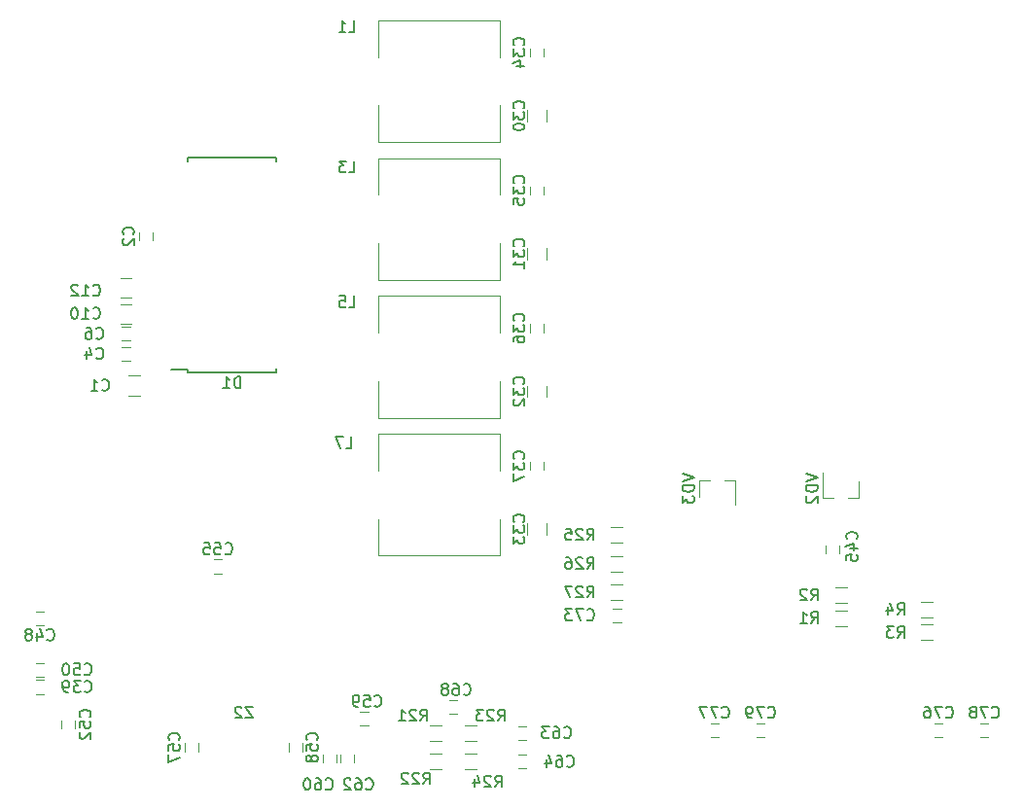
<source format=gbr>
G04 #@! TF.FileFunction,Legend,Bot*
%FSLAX46Y46*%
G04 Gerber Fmt 4.6, Leading zero omitted, Abs format (unit mm)*
G04 Created by KiCad (PCBNEW 4.0.7-e2-6376~58~ubuntu16.04.1) date Mon Jun 18 09:55:01 2018*
%MOMM*%
%LPD*%
G01*
G04 APERTURE LIST*
%ADD10C,0.100000*%
%ADD11C,0.120000*%
%ADD12C,0.150000*%
G04 APERTURE END LIST*
D10*
D11*
X93000000Y-84650000D02*
X94000000Y-84650000D01*
X94000000Y-86350000D02*
X93000000Y-86350000D01*
X95100000Y-72850000D02*
X95100000Y-72150000D01*
X93900000Y-72150000D02*
X93900000Y-72850000D01*
X92250000Y-78400000D02*
X93250000Y-78400000D01*
X93250000Y-80100000D02*
X92250000Y-80100000D01*
X92250000Y-76150000D02*
X93250000Y-76150000D01*
X93250000Y-77850000D02*
X92250000Y-77850000D01*
X127650000Y-62500000D02*
X127650000Y-61500000D01*
X129350000Y-61500000D02*
X129350000Y-62500000D01*
X127650000Y-74500000D02*
X127650000Y-73500000D01*
X129350000Y-73500000D02*
X129350000Y-74500000D01*
X127650000Y-86500000D02*
X127650000Y-85500000D01*
X129350000Y-85500000D02*
X129350000Y-86500000D01*
X127650000Y-98500000D02*
X127650000Y-97500000D01*
X129350000Y-97500000D02*
X129350000Y-98500000D01*
X127900000Y-56150000D02*
X127900000Y-56850000D01*
X129100000Y-56850000D02*
X129100000Y-56150000D01*
X127900000Y-68150000D02*
X127900000Y-68850000D01*
X129100000Y-68850000D02*
X129100000Y-68150000D01*
X127900000Y-80150000D02*
X127900000Y-80850000D01*
X129100000Y-80850000D02*
X129100000Y-80150000D01*
X127900000Y-92150000D02*
X127900000Y-92850000D01*
X129100000Y-92850000D02*
X129100000Y-92150000D01*
X85600000Y-111150000D02*
X84900000Y-111150000D01*
X84900000Y-112350000D02*
X85600000Y-112350000D01*
X154850000Y-100100000D02*
X154850000Y-99400000D01*
X153650000Y-99400000D02*
X153650000Y-100100000D01*
X85600000Y-105150000D02*
X84900000Y-105150000D01*
X84900000Y-106350000D02*
X85600000Y-106350000D01*
X85600000Y-109650000D02*
X84900000Y-109650000D01*
X84900000Y-110850000D02*
X85600000Y-110850000D01*
X87150000Y-114650000D02*
X87150000Y-115350000D01*
X88350000Y-115350000D02*
X88350000Y-114650000D01*
X100400000Y-101850000D02*
X101100000Y-101850000D01*
X101100000Y-100650000D02*
X100400000Y-100650000D01*
X99100000Y-117350000D02*
X99100000Y-116650000D01*
X97900000Y-116650000D02*
X97900000Y-117350000D01*
X106900000Y-116650000D02*
X106900000Y-117350000D01*
X108100000Y-117350000D02*
X108100000Y-116650000D01*
X113150000Y-115100000D02*
X113850000Y-115100000D01*
X113850000Y-113900000D02*
X113150000Y-113900000D01*
X109900000Y-117650000D02*
X109900000Y-118350000D01*
X111100000Y-118350000D02*
X111100000Y-117650000D01*
X111400000Y-117650000D02*
X111400000Y-118350000D01*
X112600000Y-118350000D02*
X112600000Y-117650000D01*
X127600000Y-115150000D02*
X126900000Y-115150000D01*
X126900000Y-116350000D02*
X127600000Y-116350000D01*
X127600000Y-117650000D02*
X126900000Y-117650000D01*
X126900000Y-118850000D02*
X127600000Y-118850000D01*
X121600000Y-112900000D02*
X120900000Y-112900000D01*
X120900000Y-114100000D02*
X121600000Y-114100000D01*
X135850000Y-104900000D02*
X135150000Y-104900000D01*
X135150000Y-106100000D02*
X135850000Y-106100000D01*
X163150000Y-116100000D02*
X163850000Y-116100000D01*
X163850000Y-114900000D02*
X163150000Y-114900000D01*
X143650000Y-116100000D02*
X144350000Y-116100000D01*
X144350000Y-114900000D02*
X143650000Y-114900000D01*
X167850000Y-114900000D02*
X167150000Y-114900000D01*
X167150000Y-116100000D02*
X167850000Y-116100000D01*
X148350000Y-114900000D02*
X147650000Y-114900000D01*
X147650000Y-116100000D02*
X148350000Y-116100000D01*
D12*
X98125000Y-84350000D02*
X98125000Y-84075000D01*
X105875000Y-84350000D02*
X105875000Y-83997500D01*
X105875000Y-65650000D02*
X105875000Y-66002500D01*
X98125000Y-65650000D02*
X98125000Y-66002500D01*
X98125000Y-84350000D02*
X105875000Y-84350000D01*
X98125000Y-65650000D02*
X105875000Y-65650000D01*
X98125000Y-84075000D02*
X96700000Y-84075000D01*
D11*
X125300000Y-56900000D02*
X125300000Y-53700000D01*
X125300000Y-53700000D02*
X114700000Y-53700000D01*
X114700000Y-53700000D02*
X114700000Y-56900000D01*
X114700000Y-61100000D02*
X114700000Y-64300000D01*
X114700000Y-64300000D02*
X125300000Y-64300000D01*
X125300000Y-64300000D02*
X125300000Y-61100000D01*
X125300000Y-68900000D02*
X125300000Y-65700000D01*
X125300000Y-65700000D02*
X114700000Y-65700000D01*
X114700000Y-65700000D02*
X114700000Y-68900000D01*
X114700000Y-73100000D02*
X114700000Y-76300000D01*
X114700000Y-76300000D02*
X125300000Y-76300000D01*
X125300000Y-76300000D02*
X125300000Y-73100000D01*
X125300000Y-80900000D02*
X125300000Y-77700000D01*
X125300000Y-77700000D02*
X114700000Y-77700000D01*
X114700000Y-77700000D02*
X114700000Y-80900000D01*
X114700000Y-85100000D02*
X114700000Y-88300000D01*
X114700000Y-88300000D02*
X125300000Y-88300000D01*
X125300000Y-88300000D02*
X125300000Y-85100000D01*
X125300000Y-92900000D02*
X125300000Y-89700000D01*
X125300000Y-89700000D02*
X114700000Y-89700000D01*
X114700000Y-89700000D02*
X114700000Y-92900000D01*
X114700000Y-97100000D02*
X114700000Y-100300000D01*
X114700000Y-100300000D02*
X125300000Y-100300000D01*
X125300000Y-100300000D02*
X125300000Y-97100000D01*
X154500000Y-106430000D02*
X155500000Y-106430000D01*
X155500000Y-105070000D02*
X154500000Y-105070000D01*
X154500000Y-104430000D02*
X155500000Y-104430000D01*
X155500000Y-103070000D02*
X154500000Y-103070000D01*
X162000000Y-107680000D02*
X163000000Y-107680000D01*
X163000000Y-106320000D02*
X162000000Y-106320000D01*
X162000000Y-105680000D02*
X163000000Y-105680000D01*
X163000000Y-104320000D02*
X162000000Y-104320000D01*
X120250000Y-115070000D02*
X119250000Y-115070000D01*
X119250000Y-116430000D02*
X120250000Y-116430000D01*
X120250000Y-117570000D02*
X119250000Y-117570000D01*
X119250000Y-118930000D02*
X120250000Y-118930000D01*
X123250000Y-115070000D02*
X122250000Y-115070000D01*
X122250000Y-116430000D02*
X123250000Y-116430000D01*
X123250000Y-117570000D02*
X122250000Y-117570000D01*
X122250000Y-118930000D02*
X123250000Y-118930000D01*
X136000000Y-97820000D02*
X135000000Y-97820000D01*
X135000000Y-99180000D02*
X136000000Y-99180000D01*
X136000000Y-100320000D02*
X135000000Y-100320000D01*
X135000000Y-101680000D02*
X136000000Y-101680000D01*
X135000000Y-104180000D02*
X136000000Y-104180000D01*
X136000000Y-102820000D02*
X135000000Y-102820000D01*
X156580000Y-95260000D02*
X155650000Y-95260000D01*
X153420000Y-95260000D02*
X154350000Y-95260000D01*
X153420000Y-95260000D02*
X153420000Y-93100000D01*
X156580000Y-95260000D02*
X156580000Y-93800000D01*
X142670000Y-93740000D02*
X143600000Y-93740000D01*
X145830000Y-93740000D02*
X144900000Y-93740000D01*
X145830000Y-93740000D02*
X145830000Y-95900000D01*
X142670000Y-93740000D02*
X142670000Y-95200000D01*
X92400000Y-83350000D02*
X93100000Y-83350000D01*
X93100000Y-82150000D02*
X92400000Y-82150000D01*
X92400000Y-81600000D02*
X93100000Y-81600000D01*
X93100000Y-80400000D02*
X92400000Y-80400000D01*
D12*
X90666666Y-85857143D02*
X90714285Y-85904762D01*
X90857142Y-85952381D01*
X90952380Y-85952381D01*
X91095238Y-85904762D01*
X91190476Y-85809524D01*
X91238095Y-85714286D01*
X91285714Y-85523810D01*
X91285714Y-85380952D01*
X91238095Y-85190476D01*
X91190476Y-85095238D01*
X91095238Y-85000000D01*
X90952380Y-84952381D01*
X90857142Y-84952381D01*
X90714285Y-85000000D01*
X90666666Y-85047619D01*
X89714285Y-85952381D02*
X90285714Y-85952381D01*
X90000000Y-85952381D02*
X90000000Y-84952381D01*
X90095238Y-85095238D01*
X90190476Y-85190476D01*
X90285714Y-85238095D01*
X93357143Y-72333334D02*
X93404762Y-72285715D01*
X93452381Y-72142858D01*
X93452381Y-72047620D01*
X93404762Y-71904762D01*
X93309524Y-71809524D01*
X93214286Y-71761905D01*
X93023810Y-71714286D01*
X92880952Y-71714286D01*
X92690476Y-71761905D01*
X92595238Y-71809524D01*
X92500000Y-71904762D01*
X92452381Y-72047620D01*
X92452381Y-72142858D01*
X92500000Y-72285715D01*
X92547619Y-72333334D01*
X92547619Y-72714286D02*
X92500000Y-72761905D01*
X92452381Y-72857143D01*
X92452381Y-73095239D01*
X92500000Y-73190477D01*
X92547619Y-73238096D01*
X92642857Y-73285715D01*
X92738095Y-73285715D01*
X92880952Y-73238096D01*
X93452381Y-72666667D01*
X93452381Y-73285715D01*
X89892857Y-79607143D02*
X89940476Y-79654762D01*
X90083333Y-79702381D01*
X90178571Y-79702381D01*
X90321429Y-79654762D01*
X90416667Y-79559524D01*
X90464286Y-79464286D01*
X90511905Y-79273810D01*
X90511905Y-79130952D01*
X90464286Y-78940476D01*
X90416667Y-78845238D01*
X90321429Y-78750000D01*
X90178571Y-78702381D01*
X90083333Y-78702381D01*
X89940476Y-78750000D01*
X89892857Y-78797619D01*
X88940476Y-79702381D02*
X89511905Y-79702381D01*
X89226191Y-79702381D02*
X89226191Y-78702381D01*
X89321429Y-78845238D01*
X89416667Y-78940476D01*
X89511905Y-78988095D01*
X88321429Y-78702381D02*
X88226190Y-78702381D01*
X88130952Y-78750000D01*
X88083333Y-78797619D01*
X88035714Y-78892857D01*
X87988095Y-79083333D01*
X87988095Y-79321429D01*
X88035714Y-79511905D01*
X88083333Y-79607143D01*
X88130952Y-79654762D01*
X88226190Y-79702381D01*
X88321429Y-79702381D01*
X88416667Y-79654762D01*
X88464286Y-79607143D01*
X88511905Y-79511905D01*
X88559524Y-79321429D01*
X88559524Y-79083333D01*
X88511905Y-78892857D01*
X88464286Y-78797619D01*
X88416667Y-78750000D01*
X88321429Y-78702381D01*
X89892857Y-77607143D02*
X89940476Y-77654762D01*
X90083333Y-77702381D01*
X90178571Y-77702381D01*
X90321429Y-77654762D01*
X90416667Y-77559524D01*
X90464286Y-77464286D01*
X90511905Y-77273810D01*
X90511905Y-77130952D01*
X90464286Y-76940476D01*
X90416667Y-76845238D01*
X90321429Y-76750000D01*
X90178571Y-76702381D01*
X90083333Y-76702381D01*
X89940476Y-76750000D01*
X89892857Y-76797619D01*
X88940476Y-77702381D02*
X89511905Y-77702381D01*
X89226191Y-77702381D02*
X89226191Y-76702381D01*
X89321429Y-76845238D01*
X89416667Y-76940476D01*
X89511905Y-76988095D01*
X88559524Y-76797619D02*
X88511905Y-76750000D01*
X88416667Y-76702381D01*
X88178571Y-76702381D01*
X88083333Y-76750000D01*
X88035714Y-76797619D01*
X87988095Y-76892857D01*
X87988095Y-76988095D01*
X88035714Y-77130952D01*
X88607143Y-77702381D01*
X87988095Y-77702381D01*
X127357143Y-61357143D02*
X127404762Y-61309524D01*
X127452381Y-61166667D01*
X127452381Y-61071429D01*
X127404762Y-60928571D01*
X127309524Y-60833333D01*
X127214286Y-60785714D01*
X127023810Y-60738095D01*
X126880952Y-60738095D01*
X126690476Y-60785714D01*
X126595238Y-60833333D01*
X126500000Y-60928571D01*
X126452381Y-61071429D01*
X126452381Y-61166667D01*
X126500000Y-61309524D01*
X126547619Y-61357143D01*
X126452381Y-61690476D02*
X126452381Y-62309524D01*
X126833333Y-61976190D01*
X126833333Y-62119048D01*
X126880952Y-62214286D01*
X126928571Y-62261905D01*
X127023810Y-62309524D01*
X127261905Y-62309524D01*
X127357143Y-62261905D01*
X127404762Y-62214286D01*
X127452381Y-62119048D01*
X127452381Y-61833333D01*
X127404762Y-61738095D01*
X127357143Y-61690476D01*
X126452381Y-62928571D02*
X126452381Y-63023810D01*
X126500000Y-63119048D01*
X126547619Y-63166667D01*
X126642857Y-63214286D01*
X126833333Y-63261905D01*
X127071429Y-63261905D01*
X127261905Y-63214286D01*
X127357143Y-63166667D01*
X127404762Y-63119048D01*
X127452381Y-63023810D01*
X127452381Y-62928571D01*
X127404762Y-62833333D01*
X127357143Y-62785714D01*
X127261905Y-62738095D01*
X127071429Y-62690476D01*
X126833333Y-62690476D01*
X126642857Y-62738095D01*
X126547619Y-62785714D01*
X126500000Y-62833333D01*
X126452381Y-62928571D01*
X127357143Y-73357143D02*
X127404762Y-73309524D01*
X127452381Y-73166667D01*
X127452381Y-73071429D01*
X127404762Y-72928571D01*
X127309524Y-72833333D01*
X127214286Y-72785714D01*
X127023810Y-72738095D01*
X126880952Y-72738095D01*
X126690476Y-72785714D01*
X126595238Y-72833333D01*
X126500000Y-72928571D01*
X126452381Y-73071429D01*
X126452381Y-73166667D01*
X126500000Y-73309524D01*
X126547619Y-73357143D01*
X126452381Y-73690476D02*
X126452381Y-74309524D01*
X126833333Y-73976190D01*
X126833333Y-74119048D01*
X126880952Y-74214286D01*
X126928571Y-74261905D01*
X127023810Y-74309524D01*
X127261905Y-74309524D01*
X127357143Y-74261905D01*
X127404762Y-74214286D01*
X127452381Y-74119048D01*
X127452381Y-73833333D01*
X127404762Y-73738095D01*
X127357143Y-73690476D01*
X127452381Y-75261905D02*
X127452381Y-74690476D01*
X127452381Y-74976190D02*
X126452381Y-74976190D01*
X126595238Y-74880952D01*
X126690476Y-74785714D01*
X126738095Y-74690476D01*
X127357143Y-85357143D02*
X127404762Y-85309524D01*
X127452381Y-85166667D01*
X127452381Y-85071429D01*
X127404762Y-84928571D01*
X127309524Y-84833333D01*
X127214286Y-84785714D01*
X127023810Y-84738095D01*
X126880952Y-84738095D01*
X126690476Y-84785714D01*
X126595238Y-84833333D01*
X126500000Y-84928571D01*
X126452381Y-85071429D01*
X126452381Y-85166667D01*
X126500000Y-85309524D01*
X126547619Y-85357143D01*
X126452381Y-85690476D02*
X126452381Y-86309524D01*
X126833333Y-85976190D01*
X126833333Y-86119048D01*
X126880952Y-86214286D01*
X126928571Y-86261905D01*
X127023810Y-86309524D01*
X127261905Y-86309524D01*
X127357143Y-86261905D01*
X127404762Y-86214286D01*
X127452381Y-86119048D01*
X127452381Y-85833333D01*
X127404762Y-85738095D01*
X127357143Y-85690476D01*
X126547619Y-86690476D02*
X126500000Y-86738095D01*
X126452381Y-86833333D01*
X126452381Y-87071429D01*
X126500000Y-87166667D01*
X126547619Y-87214286D01*
X126642857Y-87261905D01*
X126738095Y-87261905D01*
X126880952Y-87214286D01*
X127452381Y-86642857D01*
X127452381Y-87261905D01*
X127357143Y-97357143D02*
X127404762Y-97309524D01*
X127452381Y-97166667D01*
X127452381Y-97071429D01*
X127404762Y-96928571D01*
X127309524Y-96833333D01*
X127214286Y-96785714D01*
X127023810Y-96738095D01*
X126880952Y-96738095D01*
X126690476Y-96785714D01*
X126595238Y-96833333D01*
X126500000Y-96928571D01*
X126452381Y-97071429D01*
X126452381Y-97166667D01*
X126500000Y-97309524D01*
X126547619Y-97357143D01*
X126452381Y-97690476D02*
X126452381Y-98309524D01*
X126833333Y-97976190D01*
X126833333Y-98119048D01*
X126880952Y-98214286D01*
X126928571Y-98261905D01*
X127023810Y-98309524D01*
X127261905Y-98309524D01*
X127357143Y-98261905D01*
X127404762Y-98214286D01*
X127452381Y-98119048D01*
X127452381Y-97833333D01*
X127404762Y-97738095D01*
X127357143Y-97690476D01*
X126452381Y-98642857D02*
X126452381Y-99261905D01*
X126833333Y-98928571D01*
X126833333Y-99071429D01*
X126880952Y-99166667D01*
X126928571Y-99214286D01*
X127023810Y-99261905D01*
X127261905Y-99261905D01*
X127357143Y-99214286D01*
X127404762Y-99166667D01*
X127452381Y-99071429D01*
X127452381Y-98785714D01*
X127404762Y-98690476D01*
X127357143Y-98642857D01*
X127357143Y-55857143D02*
X127404762Y-55809524D01*
X127452381Y-55666667D01*
X127452381Y-55571429D01*
X127404762Y-55428571D01*
X127309524Y-55333333D01*
X127214286Y-55285714D01*
X127023810Y-55238095D01*
X126880952Y-55238095D01*
X126690476Y-55285714D01*
X126595238Y-55333333D01*
X126500000Y-55428571D01*
X126452381Y-55571429D01*
X126452381Y-55666667D01*
X126500000Y-55809524D01*
X126547619Y-55857143D01*
X126452381Y-56190476D02*
X126452381Y-56809524D01*
X126833333Y-56476190D01*
X126833333Y-56619048D01*
X126880952Y-56714286D01*
X126928571Y-56761905D01*
X127023810Y-56809524D01*
X127261905Y-56809524D01*
X127357143Y-56761905D01*
X127404762Y-56714286D01*
X127452381Y-56619048D01*
X127452381Y-56333333D01*
X127404762Y-56238095D01*
X127357143Y-56190476D01*
X126785714Y-57666667D02*
X127452381Y-57666667D01*
X126404762Y-57428571D02*
X127119048Y-57190476D01*
X127119048Y-57809524D01*
X127357143Y-67857143D02*
X127404762Y-67809524D01*
X127452381Y-67666667D01*
X127452381Y-67571429D01*
X127404762Y-67428571D01*
X127309524Y-67333333D01*
X127214286Y-67285714D01*
X127023810Y-67238095D01*
X126880952Y-67238095D01*
X126690476Y-67285714D01*
X126595238Y-67333333D01*
X126500000Y-67428571D01*
X126452381Y-67571429D01*
X126452381Y-67666667D01*
X126500000Y-67809524D01*
X126547619Y-67857143D01*
X126452381Y-68190476D02*
X126452381Y-68809524D01*
X126833333Y-68476190D01*
X126833333Y-68619048D01*
X126880952Y-68714286D01*
X126928571Y-68761905D01*
X127023810Y-68809524D01*
X127261905Y-68809524D01*
X127357143Y-68761905D01*
X127404762Y-68714286D01*
X127452381Y-68619048D01*
X127452381Y-68333333D01*
X127404762Y-68238095D01*
X127357143Y-68190476D01*
X126452381Y-69714286D02*
X126452381Y-69238095D01*
X126928571Y-69190476D01*
X126880952Y-69238095D01*
X126833333Y-69333333D01*
X126833333Y-69571429D01*
X126880952Y-69666667D01*
X126928571Y-69714286D01*
X127023810Y-69761905D01*
X127261905Y-69761905D01*
X127357143Y-69714286D01*
X127404762Y-69666667D01*
X127452381Y-69571429D01*
X127452381Y-69333333D01*
X127404762Y-69238095D01*
X127357143Y-69190476D01*
X127357143Y-79857143D02*
X127404762Y-79809524D01*
X127452381Y-79666667D01*
X127452381Y-79571429D01*
X127404762Y-79428571D01*
X127309524Y-79333333D01*
X127214286Y-79285714D01*
X127023810Y-79238095D01*
X126880952Y-79238095D01*
X126690476Y-79285714D01*
X126595238Y-79333333D01*
X126500000Y-79428571D01*
X126452381Y-79571429D01*
X126452381Y-79666667D01*
X126500000Y-79809524D01*
X126547619Y-79857143D01*
X126452381Y-80190476D02*
X126452381Y-80809524D01*
X126833333Y-80476190D01*
X126833333Y-80619048D01*
X126880952Y-80714286D01*
X126928571Y-80761905D01*
X127023810Y-80809524D01*
X127261905Y-80809524D01*
X127357143Y-80761905D01*
X127404762Y-80714286D01*
X127452381Y-80619048D01*
X127452381Y-80333333D01*
X127404762Y-80238095D01*
X127357143Y-80190476D01*
X126452381Y-81666667D02*
X126452381Y-81476190D01*
X126500000Y-81380952D01*
X126547619Y-81333333D01*
X126690476Y-81238095D01*
X126880952Y-81190476D01*
X127261905Y-81190476D01*
X127357143Y-81238095D01*
X127404762Y-81285714D01*
X127452381Y-81380952D01*
X127452381Y-81571429D01*
X127404762Y-81666667D01*
X127357143Y-81714286D01*
X127261905Y-81761905D01*
X127023810Y-81761905D01*
X126928571Y-81714286D01*
X126880952Y-81666667D01*
X126833333Y-81571429D01*
X126833333Y-81380952D01*
X126880952Y-81285714D01*
X126928571Y-81238095D01*
X127023810Y-81190476D01*
X127357143Y-91857143D02*
X127404762Y-91809524D01*
X127452381Y-91666667D01*
X127452381Y-91571429D01*
X127404762Y-91428571D01*
X127309524Y-91333333D01*
X127214286Y-91285714D01*
X127023810Y-91238095D01*
X126880952Y-91238095D01*
X126690476Y-91285714D01*
X126595238Y-91333333D01*
X126500000Y-91428571D01*
X126452381Y-91571429D01*
X126452381Y-91666667D01*
X126500000Y-91809524D01*
X126547619Y-91857143D01*
X126452381Y-92190476D02*
X126452381Y-92809524D01*
X126833333Y-92476190D01*
X126833333Y-92619048D01*
X126880952Y-92714286D01*
X126928571Y-92761905D01*
X127023810Y-92809524D01*
X127261905Y-92809524D01*
X127357143Y-92761905D01*
X127404762Y-92714286D01*
X127452381Y-92619048D01*
X127452381Y-92333333D01*
X127404762Y-92238095D01*
X127357143Y-92190476D01*
X126452381Y-93142857D02*
X126452381Y-93809524D01*
X127452381Y-93380952D01*
X89142857Y-112107143D02*
X89190476Y-112154762D01*
X89333333Y-112202381D01*
X89428571Y-112202381D01*
X89571429Y-112154762D01*
X89666667Y-112059524D01*
X89714286Y-111964286D01*
X89761905Y-111773810D01*
X89761905Y-111630952D01*
X89714286Y-111440476D01*
X89666667Y-111345238D01*
X89571429Y-111250000D01*
X89428571Y-111202381D01*
X89333333Y-111202381D01*
X89190476Y-111250000D01*
X89142857Y-111297619D01*
X88809524Y-111202381D02*
X88190476Y-111202381D01*
X88523810Y-111583333D01*
X88380952Y-111583333D01*
X88285714Y-111630952D01*
X88238095Y-111678571D01*
X88190476Y-111773810D01*
X88190476Y-112011905D01*
X88238095Y-112107143D01*
X88285714Y-112154762D01*
X88380952Y-112202381D01*
X88666667Y-112202381D01*
X88761905Y-112154762D01*
X88809524Y-112107143D01*
X87714286Y-112202381D02*
X87523810Y-112202381D01*
X87428571Y-112154762D01*
X87380952Y-112107143D01*
X87285714Y-111964286D01*
X87238095Y-111773810D01*
X87238095Y-111392857D01*
X87285714Y-111297619D01*
X87333333Y-111250000D01*
X87428571Y-111202381D01*
X87619048Y-111202381D01*
X87714286Y-111250000D01*
X87761905Y-111297619D01*
X87809524Y-111392857D01*
X87809524Y-111630952D01*
X87761905Y-111726190D01*
X87714286Y-111773810D01*
X87619048Y-111821429D01*
X87428571Y-111821429D01*
X87333333Y-111773810D01*
X87285714Y-111726190D01*
X87238095Y-111630952D01*
X156357143Y-98857143D02*
X156404762Y-98809524D01*
X156452381Y-98666667D01*
X156452381Y-98571429D01*
X156404762Y-98428571D01*
X156309524Y-98333333D01*
X156214286Y-98285714D01*
X156023810Y-98238095D01*
X155880952Y-98238095D01*
X155690476Y-98285714D01*
X155595238Y-98333333D01*
X155500000Y-98428571D01*
X155452381Y-98571429D01*
X155452381Y-98666667D01*
X155500000Y-98809524D01*
X155547619Y-98857143D01*
X155785714Y-99714286D02*
X156452381Y-99714286D01*
X155404762Y-99476190D02*
X156119048Y-99238095D01*
X156119048Y-99857143D01*
X155452381Y-100714286D02*
X155452381Y-100238095D01*
X155928571Y-100190476D01*
X155880952Y-100238095D01*
X155833333Y-100333333D01*
X155833333Y-100571429D01*
X155880952Y-100666667D01*
X155928571Y-100714286D01*
X156023810Y-100761905D01*
X156261905Y-100761905D01*
X156357143Y-100714286D01*
X156404762Y-100666667D01*
X156452381Y-100571429D01*
X156452381Y-100333333D01*
X156404762Y-100238095D01*
X156357143Y-100190476D01*
X85892857Y-107607143D02*
X85940476Y-107654762D01*
X86083333Y-107702381D01*
X86178571Y-107702381D01*
X86321429Y-107654762D01*
X86416667Y-107559524D01*
X86464286Y-107464286D01*
X86511905Y-107273810D01*
X86511905Y-107130952D01*
X86464286Y-106940476D01*
X86416667Y-106845238D01*
X86321429Y-106750000D01*
X86178571Y-106702381D01*
X86083333Y-106702381D01*
X85940476Y-106750000D01*
X85892857Y-106797619D01*
X85035714Y-107035714D02*
X85035714Y-107702381D01*
X85273810Y-106654762D02*
X85511905Y-107369048D01*
X84892857Y-107369048D01*
X84369048Y-107130952D02*
X84464286Y-107083333D01*
X84511905Y-107035714D01*
X84559524Y-106940476D01*
X84559524Y-106892857D01*
X84511905Y-106797619D01*
X84464286Y-106750000D01*
X84369048Y-106702381D01*
X84178571Y-106702381D01*
X84083333Y-106750000D01*
X84035714Y-106797619D01*
X83988095Y-106892857D01*
X83988095Y-106940476D01*
X84035714Y-107035714D01*
X84083333Y-107083333D01*
X84178571Y-107130952D01*
X84369048Y-107130952D01*
X84464286Y-107178571D01*
X84511905Y-107226190D01*
X84559524Y-107321429D01*
X84559524Y-107511905D01*
X84511905Y-107607143D01*
X84464286Y-107654762D01*
X84369048Y-107702381D01*
X84178571Y-107702381D01*
X84083333Y-107654762D01*
X84035714Y-107607143D01*
X83988095Y-107511905D01*
X83988095Y-107321429D01*
X84035714Y-107226190D01*
X84083333Y-107178571D01*
X84178571Y-107130952D01*
X89142857Y-110607143D02*
X89190476Y-110654762D01*
X89333333Y-110702381D01*
X89428571Y-110702381D01*
X89571429Y-110654762D01*
X89666667Y-110559524D01*
X89714286Y-110464286D01*
X89761905Y-110273810D01*
X89761905Y-110130952D01*
X89714286Y-109940476D01*
X89666667Y-109845238D01*
X89571429Y-109750000D01*
X89428571Y-109702381D01*
X89333333Y-109702381D01*
X89190476Y-109750000D01*
X89142857Y-109797619D01*
X88238095Y-109702381D02*
X88714286Y-109702381D01*
X88761905Y-110178571D01*
X88714286Y-110130952D01*
X88619048Y-110083333D01*
X88380952Y-110083333D01*
X88285714Y-110130952D01*
X88238095Y-110178571D01*
X88190476Y-110273810D01*
X88190476Y-110511905D01*
X88238095Y-110607143D01*
X88285714Y-110654762D01*
X88380952Y-110702381D01*
X88619048Y-110702381D01*
X88714286Y-110654762D01*
X88761905Y-110607143D01*
X87571429Y-109702381D02*
X87476190Y-109702381D01*
X87380952Y-109750000D01*
X87333333Y-109797619D01*
X87285714Y-109892857D01*
X87238095Y-110083333D01*
X87238095Y-110321429D01*
X87285714Y-110511905D01*
X87333333Y-110607143D01*
X87380952Y-110654762D01*
X87476190Y-110702381D01*
X87571429Y-110702381D01*
X87666667Y-110654762D01*
X87714286Y-110607143D01*
X87761905Y-110511905D01*
X87809524Y-110321429D01*
X87809524Y-110083333D01*
X87761905Y-109892857D01*
X87714286Y-109797619D01*
X87666667Y-109750000D01*
X87571429Y-109702381D01*
X89607143Y-114357143D02*
X89654762Y-114309524D01*
X89702381Y-114166667D01*
X89702381Y-114071429D01*
X89654762Y-113928571D01*
X89559524Y-113833333D01*
X89464286Y-113785714D01*
X89273810Y-113738095D01*
X89130952Y-113738095D01*
X88940476Y-113785714D01*
X88845238Y-113833333D01*
X88750000Y-113928571D01*
X88702381Y-114071429D01*
X88702381Y-114166667D01*
X88750000Y-114309524D01*
X88797619Y-114357143D01*
X88702381Y-115261905D02*
X88702381Y-114785714D01*
X89178571Y-114738095D01*
X89130952Y-114785714D01*
X89083333Y-114880952D01*
X89083333Y-115119048D01*
X89130952Y-115214286D01*
X89178571Y-115261905D01*
X89273810Y-115309524D01*
X89511905Y-115309524D01*
X89607143Y-115261905D01*
X89654762Y-115214286D01*
X89702381Y-115119048D01*
X89702381Y-114880952D01*
X89654762Y-114785714D01*
X89607143Y-114738095D01*
X88797619Y-115690476D02*
X88750000Y-115738095D01*
X88702381Y-115833333D01*
X88702381Y-116071429D01*
X88750000Y-116166667D01*
X88797619Y-116214286D01*
X88892857Y-116261905D01*
X88988095Y-116261905D01*
X89130952Y-116214286D01*
X89702381Y-115642857D01*
X89702381Y-116261905D01*
X101392857Y-100107143D02*
X101440476Y-100154762D01*
X101583333Y-100202381D01*
X101678571Y-100202381D01*
X101821429Y-100154762D01*
X101916667Y-100059524D01*
X101964286Y-99964286D01*
X102011905Y-99773810D01*
X102011905Y-99630952D01*
X101964286Y-99440476D01*
X101916667Y-99345238D01*
X101821429Y-99250000D01*
X101678571Y-99202381D01*
X101583333Y-99202381D01*
X101440476Y-99250000D01*
X101392857Y-99297619D01*
X100488095Y-99202381D02*
X100964286Y-99202381D01*
X101011905Y-99678571D01*
X100964286Y-99630952D01*
X100869048Y-99583333D01*
X100630952Y-99583333D01*
X100535714Y-99630952D01*
X100488095Y-99678571D01*
X100440476Y-99773810D01*
X100440476Y-100011905D01*
X100488095Y-100107143D01*
X100535714Y-100154762D01*
X100630952Y-100202381D01*
X100869048Y-100202381D01*
X100964286Y-100154762D01*
X101011905Y-100107143D01*
X99535714Y-99202381D02*
X100011905Y-99202381D01*
X100059524Y-99678571D01*
X100011905Y-99630952D01*
X99916667Y-99583333D01*
X99678571Y-99583333D01*
X99583333Y-99630952D01*
X99535714Y-99678571D01*
X99488095Y-99773810D01*
X99488095Y-100011905D01*
X99535714Y-100107143D01*
X99583333Y-100154762D01*
X99678571Y-100202381D01*
X99916667Y-100202381D01*
X100011905Y-100154762D01*
X100059524Y-100107143D01*
X97357143Y-116357143D02*
X97404762Y-116309524D01*
X97452381Y-116166667D01*
X97452381Y-116071429D01*
X97404762Y-115928571D01*
X97309524Y-115833333D01*
X97214286Y-115785714D01*
X97023810Y-115738095D01*
X96880952Y-115738095D01*
X96690476Y-115785714D01*
X96595238Y-115833333D01*
X96500000Y-115928571D01*
X96452381Y-116071429D01*
X96452381Y-116166667D01*
X96500000Y-116309524D01*
X96547619Y-116357143D01*
X96452381Y-117261905D02*
X96452381Y-116785714D01*
X96928571Y-116738095D01*
X96880952Y-116785714D01*
X96833333Y-116880952D01*
X96833333Y-117119048D01*
X96880952Y-117214286D01*
X96928571Y-117261905D01*
X97023810Y-117309524D01*
X97261905Y-117309524D01*
X97357143Y-117261905D01*
X97404762Y-117214286D01*
X97452381Y-117119048D01*
X97452381Y-116880952D01*
X97404762Y-116785714D01*
X97357143Y-116738095D01*
X96452381Y-117642857D02*
X96452381Y-118309524D01*
X97452381Y-117880952D01*
X109357143Y-116357143D02*
X109404762Y-116309524D01*
X109452381Y-116166667D01*
X109452381Y-116071429D01*
X109404762Y-115928571D01*
X109309524Y-115833333D01*
X109214286Y-115785714D01*
X109023810Y-115738095D01*
X108880952Y-115738095D01*
X108690476Y-115785714D01*
X108595238Y-115833333D01*
X108500000Y-115928571D01*
X108452381Y-116071429D01*
X108452381Y-116166667D01*
X108500000Y-116309524D01*
X108547619Y-116357143D01*
X108452381Y-117261905D02*
X108452381Y-116785714D01*
X108928571Y-116738095D01*
X108880952Y-116785714D01*
X108833333Y-116880952D01*
X108833333Y-117119048D01*
X108880952Y-117214286D01*
X108928571Y-117261905D01*
X109023810Y-117309524D01*
X109261905Y-117309524D01*
X109357143Y-117261905D01*
X109404762Y-117214286D01*
X109452381Y-117119048D01*
X109452381Y-116880952D01*
X109404762Y-116785714D01*
X109357143Y-116738095D01*
X108880952Y-117880952D02*
X108833333Y-117785714D01*
X108785714Y-117738095D01*
X108690476Y-117690476D01*
X108642857Y-117690476D01*
X108547619Y-117738095D01*
X108500000Y-117785714D01*
X108452381Y-117880952D01*
X108452381Y-118071429D01*
X108500000Y-118166667D01*
X108547619Y-118214286D01*
X108642857Y-118261905D01*
X108690476Y-118261905D01*
X108785714Y-118214286D01*
X108833333Y-118166667D01*
X108880952Y-118071429D01*
X108880952Y-117880952D01*
X108928571Y-117785714D01*
X108976190Y-117738095D01*
X109071429Y-117690476D01*
X109261905Y-117690476D01*
X109357143Y-117738095D01*
X109404762Y-117785714D01*
X109452381Y-117880952D01*
X109452381Y-118071429D01*
X109404762Y-118166667D01*
X109357143Y-118214286D01*
X109261905Y-118261905D01*
X109071429Y-118261905D01*
X108976190Y-118214286D01*
X108928571Y-118166667D01*
X108880952Y-118071429D01*
X114392857Y-113357143D02*
X114440476Y-113404762D01*
X114583333Y-113452381D01*
X114678571Y-113452381D01*
X114821429Y-113404762D01*
X114916667Y-113309524D01*
X114964286Y-113214286D01*
X115011905Y-113023810D01*
X115011905Y-112880952D01*
X114964286Y-112690476D01*
X114916667Y-112595238D01*
X114821429Y-112500000D01*
X114678571Y-112452381D01*
X114583333Y-112452381D01*
X114440476Y-112500000D01*
X114392857Y-112547619D01*
X113488095Y-112452381D02*
X113964286Y-112452381D01*
X114011905Y-112928571D01*
X113964286Y-112880952D01*
X113869048Y-112833333D01*
X113630952Y-112833333D01*
X113535714Y-112880952D01*
X113488095Y-112928571D01*
X113440476Y-113023810D01*
X113440476Y-113261905D01*
X113488095Y-113357143D01*
X113535714Y-113404762D01*
X113630952Y-113452381D01*
X113869048Y-113452381D01*
X113964286Y-113404762D01*
X114011905Y-113357143D01*
X112964286Y-113452381D02*
X112773810Y-113452381D01*
X112678571Y-113404762D01*
X112630952Y-113357143D01*
X112535714Y-113214286D01*
X112488095Y-113023810D01*
X112488095Y-112642857D01*
X112535714Y-112547619D01*
X112583333Y-112500000D01*
X112678571Y-112452381D01*
X112869048Y-112452381D01*
X112964286Y-112500000D01*
X113011905Y-112547619D01*
X113059524Y-112642857D01*
X113059524Y-112880952D01*
X113011905Y-112976190D01*
X112964286Y-113023810D01*
X112869048Y-113071429D01*
X112678571Y-113071429D01*
X112583333Y-113023810D01*
X112535714Y-112976190D01*
X112488095Y-112880952D01*
X110142857Y-120607143D02*
X110190476Y-120654762D01*
X110333333Y-120702381D01*
X110428571Y-120702381D01*
X110571429Y-120654762D01*
X110666667Y-120559524D01*
X110714286Y-120464286D01*
X110761905Y-120273810D01*
X110761905Y-120130952D01*
X110714286Y-119940476D01*
X110666667Y-119845238D01*
X110571429Y-119750000D01*
X110428571Y-119702381D01*
X110333333Y-119702381D01*
X110190476Y-119750000D01*
X110142857Y-119797619D01*
X109285714Y-119702381D02*
X109476191Y-119702381D01*
X109571429Y-119750000D01*
X109619048Y-119797619D01*
X109714286Y-119940476D01*
X109761905Y-120130952D01*
X109761905Y-120511905D01*
X109714286Y-120607143D01*
X109666667Y-120654762D01*
X109571429Y-120702381D01*
X109380952Y-120702381D01*
X109285714Y-120654762D01*
X109238095Y-120607143D01*
X109190476Y-120511905D01*
X109190476Y-120273810D01*
X109238095Y-120178571D01*
X109285714Y-120130952D01*
X109380952Y-120083333D01*
X109571429Y-120083333D01*
X109666667Y-120130952D01*
X109714286Y-120178571D01*
X109761905Y-120273810D01*
X108571429Y-119702381D02*
X108476190Y-119702381D01*
X108380952Y-119750000D01*
X108333333Y-119797619D01*
X108285714Y-119892857D01*
X108238095Y-120083333D01*
X108238095Y-120321429D01*
X108285714Y-120511905D01*
X108333333Y-120607143D01*
X108380952Y-120654762D01*
X108476190Y-120702381D01*
X108571429Y-120702381D01*
X108666667Y-120654762D01*
X108714286Y-120607143D01*
X108761905Y-120511905D01*
X108809524Y-120321429D01*
X108809524Y-120083333D01*
X108761905Y-119892857D01*
X108714286Y-119797619D01*
X108666667Y-119750000D01*
X108571429Y-119702381D01*
X113642857Y-120607143D02*
X113690476Y-120654762D01*
X113833333Y-120702381D01*
X113928571Y-120702381D01*
X114071429Y-120654762D01*
X114166667Y-120559524D01*
X114214286Y-120464286D01*
X114261905Y-120273810D01*
X114261905Y-120130952D01*
X114214286Y-119940476D01*
X114166667Y-119845238D01*
X114071429Y-119750000D01*
X113928571Y-119702381D01*
X113833333Y-119702381D01*
X113690476Y-119750000D01*
X113642857Y-119797619D01*
X112785714Y-119702381D02*
X112976191Y-119702381D01*
X113071429Y-119750000D01*
X113119048Y-119797619D01*
X113214286Y-119940476D01*
X113261905Y-120130952D01*
X113261905Y-120511905D01*
X113214286Y-120607143D01*
X113166667Y-120654762D01*
X113071429Y-120702381D01*
X112880952Y-120702381D01*
X112785714Y-120654762D01*
X112738095Y-120607143D01*
X112690476Y-120511905D01*
X112690476Y-120273810D01*
X112738095Y-120178571D01*
X112785714Y-120130952D01*
X112880952Y-120083333D01*
X113071429Y-120083333D01*
X113166667Y-120130952D01*
X113214286Y-120178571D01*
X113261905Y-120273810D01*
X112309524Y-119797619D02*
X112261905Y-119750000D01*
X112166667Y-119702381D01*
X111928571Y-119702381D01*
X111833333Y-119750000D01*
X111785714Y-119797619D01*
X111738095Y-119892857D01*
X111738095Y-119988095D01*
X111785714Y-120130952D01*
X112357143Y-120702381D01*
X111738095Y-120702381D01*
X130892857Y-116107143D02*
X130940476Y-116154762D01*
X131083333Y-116202381D01*
X131178571Y-116202381D01*
X131321429Y-116154762D01*
X131416667Y-116059524D01*
X131464286Y-115964286D01*
X131511905Y-115773810D01*
X131511905Y-115630952D01*
X131464286Y-115440476D01*
X131416667Y-115345238D01*
X131321429Y-115250000D01*
X131178571Y-115202381D01*
X131083333Y-115202381D01*
X130940476Y-115250000D01*
X130892857Y-115297619D01*
X130035714Y-115202381D02*
X130226191Y-115202381D01*
X130321429Y-115250000D01*
X130369048Y-115297619D01*
X130464286Y-115440476D01*
X130511905Y-115630952D01*
X130511905Y-116011905D01*
X130464286Y-116107143D01*
X130416667Y-116154762D01*
X130321429Y-116202381D01*
X130130952Y-116202381D01*
X130035714Y-116154762D01*
X129988095Y-116107143D01*
X129940476Y-116011905D01*
X129940476Y-115773810D01*
X129988095Y-115678571D01*
X130035714Y-115630952D01*
X130130952Y-115583333D01*
X130321429Y-115583333D01*
X130416667Y-115630952D01*
X130464286Y-115678571D01*
X130511905Y-115773810D01*
X129607143Y-115202381D02*
X128988095Y-115202381D01*
X129321429Y-115583333D01*
X129178571Y-115583333D01*
X129083333Y-115630952D01*
X129035714Y-115678571D01*
X128988095Y-115773810D01*
X128988095Y-116011905D01*
X129035714Y-116107143D01*
X129083333Y-116154762D01*
X129178571Y-116202381D01*
X129464286Y-116202381D01*
X129559524Y-116154762D01*
X129607143Y-116107143D01*
X131142857Y-118607143D02*
X131190476Y-118654762D01*
X131333333Y-118702381D01*
X131428571Y-118702381D01*
X131571429Y-118654762D01*
X131666667Y-118559524D01*
X131714286Y-118464286D01*
X131761905Y-118273810D01*
X131761905Y-118130952D01*
X131714286Y-117940476D01*
X131666667Y-117845238D01*
X131571429Y-117750000D01*
X131428571Y-117702381D01*
X131333333Y-117702381D01*
X131190476Y-117750000D01*
X131142857Y-117797619D01*
X130285714Y-117702381D02*
X130476191Y-117702381D01*
X130571429Y-117750000D01*
X130619048Y-117797619D01*
X130714286Y-117940476D01*
X130761905Y-118130952D01*
X130761905Y-118511905D01*
X130714286Y-118607143D01*
X130666667Y-118654762D01*
X130571429Y-118702381D01*
X130380952Y-118702381D01*
X130285714Y-118654762D01*
X130238095Y-118607143D01*
X130190476Y-118511905D01*
X130190476Y-118273810D01*
X130238095Y-118178571D01*
X130285714Y-118130952D01*
X130380952Y-118083333D01*
X130571429Y-118083333D01*
X130666667Y-118130952D01*
X130714286Y-118178571D01*
X130761905Y-118273810D01*
X129333333Y-118035714D02*
X129333333Y-118702381D01*
X129571429Y-117654762D02*
X129809524Y-118369048D01*
X129190476Y-118369048D01*
X122142857Y-112357143D02*
X122190476Y-112404762D01*
X122333333Y-112452381D01*
X122428571Y-112452381D01*
X122571429Y-112404762D01*
X122666667Y-112309524D01*
X122714286Y-112214286D01*
X122761905Y-112023810D01*
X122761905Y-111880952D01*
X122714286Y-111690476D01*
X122666667Y-111595238D01*
X122571429Y-111500000D01*
X122428571Y-111452381D01*
X122333333Y-111452381D01*
X122190476Y-111500000D01*
X122142857Y-111547619D01*
X121285714Y-111452381D02*
X121476191Y-111452381D01*
X121571429Y-111500000D01*
X121619048Y-111547619D01*
X121714286Y-111690476D01*
X121761905Y-111880952D01*
X121761905Y-112261905D01*
X121714286Y-112357143D01*
X121666667Y-112404762D01*
X121571429Y-112452381D01*
X121380952Y-112452381D01*
X121285714Y-112404762D01*
X121238095Y-112357143D01*
X121190476Y-112261905D01*
X121190476Y-112023810D01*
X121238095Y-111928571D01*
X121285714Y-111880952D01*
X121380952Y-111833333D01*
X121571429Y-111833333D01*
X121666667Y-111880952D01*
X121714286Y-111928571D01*
X121761905Y-112023810D01*
X120619048Y-111880952D02*
X120714286Y-111833333D01*
X120761905Y-111785714D01*
X120809524Y-111690476D01*
X120809524Y-111642857D01*
X120761905Y-111547619D01*
X120714286Y-111500000D01*
X120619048Y-111452381D01*
X120428571Y-111452381D01*
X120333333Y-111500000D01*
X120285714Y-111547619D01*
X120238095Y-111642857D01*
X120238095Y-111690476D01*
X120285714Y-111785714D01*
X120333333Y-111833333D01*
X120428571Y-111880952D01*
X120619048Y-111880952D01*
X120714286Y-111928571D01*
X120761905Y-111976190D01*
X120809524Y-112071429D01*
X120809524Y-112261905D01*
X120761905Y-112357143D01*
X120714286Y-112404762D01*
X120619048Y-112452381D01*
X120428571Y-112452381D01*
X120333333Y-112404762D01*
X120285714Y-112357143D01*
X120238095Y-112261905D01*
X120238095Y-112071429D01*
X120285714Y-111976190D01*
X120333333Y-111928571D01*
X120428571Y-111880952D01*
X132892857Y-105857143D02*
X132940476Y-105904762D01*
X133083333Y-105952381D01*
X133178571Y-105952381D01*
X133321429Y-105904762D01*
X133416667Y-105809524D01*
X133464286Y-105714286D01*
X133511905Y-105523810D01*
X133511905Y-105380952D01*
X133464286Y-105190476D01*
X133416667Y-105095238D01*
X133321429Y-105000000D01*
X133178571Y-104952381D01*
X133083333Y-104952381D01*
X132940476Y-105000000D01*
X132892857Y-105047619D01*
X132559524Y-104952381D02*
X131892857Y-104952381D01*
X132321429Y-105952381D01*
X131607143Y-104952381D02*
X130988095Y-104952381D01*
X131321429Y-105333333D01*
X131178571Y-105333333D01*
X131083333Y-105380952D01*
X131035714Y-105428571D01*
X130988095Y-105523810D01*
X130988095Y-105761905D01*
X131035714Y-105857143D01*
X131083333Y-105904762D01*
X131178571Y-105952381D01*
X131464286Y-105952381D01*
X131559524Y-105904762D01*
X131607143Y-105857143D01*
X164142857Y-114357143D02*
X164190476Y-114404762D01*
X164333333Y-114452381D01*
X164428571Y-114452381D01*
X164571429Y-114404762D01*
X164666667Y-114309524D01*
X164714286Y-114214286D01*
X164761905Y-114023810D01*
X164761905Y-113880952D01*
X164714286Y-113690476D01*
X164666667Y-113595238D01*
X164571429Y-113500000D01*
X164428571Y-113452381D01*
X164333333Y-113452381D01*
X164190476Y-113500000D01*
X164142857Y-113547619D01*
X163809524Y-113452381D02*
X163142857Y-113452381D01*
X163571429Y-114452381D01*
X162333333Y-113452381D02*
X162523810Y-113452381D01*
X162619048Y-113500000D01*
X162666667Y-113547619D01*
X162761905Y-113690476D01*
X162809524Y-113880952D01*
X162809524Y-114261905D01*
X162761905Y-114357143D01*
X162714286Y-114404762D01*
X162619048Y-114452381D01*
X162428571Y-114452381D01*
X162333333Y-114404762D01*
X162285714Y-114357143D01*
X162238095Y-114261905D01*
X162238095Y-114023810D01*
X162285714Y-113928571D01*
X162333333Y-113880952D01*
X162428571Y-113833333D01*
X162619048Y-113833333D01*
X162714286Y-113880952D01*
X162761905Y-113928571D01*
X162809524Y-114023810D01*
X144642857Y-114357143D02*
X144690476Y-114404762D01*
X144833333Y-114452381D01*
X144928571Y-114452381D01*
X145071429Y-114404762D01*
X145166667Y-114309524D01*
X145214286Y-114214286D01*
X145261905Y-114023810D01*
X145261905Y-113880952D01*
X145214286Y-113690476D01*
X145166667Y-113595238D01*
X145071429Y-113500000D01*
X144928571Y-113452381D01*
X144833333Y-113452381D01*
X144690476Y-113500000D01*
X144642857Y-113547619D01*
X144309524Y-113452381D02*
X143642857Y-113452381D01*
X144071429Y-114452381D01*
X143357143Y-113452381D02*
X142690476Y-113452381D01*
X143119048Y-114452381D01*
X168142857Y-114357143D02*
X168190476Y-114404762D01*
X168333333Y-114452381D01*
X168428571Y-114452381D01*
X168571429Y-114404762D01*
X168666667Y-114309524D01*
X168714286Y-114214286D01*
X168761905Y-114023810D01*
X168761905Y-113880952D01*
X168714286Y-113690476D01*
X168666667Y-113595238D01*
X168571429Y-113500000D01*
X168428571Y-113452381D01*
X168333333Y-113452381D01*
X168190476Y-113500000D01*
X168142857Y-113547619D01*
X167809524Y-113452381D02*
X167142857Y-113452381D01*
X167571429Y-114452381D01*
X166619048Y-113880952D02*
X166714286Y-113833333D01*
X166761905Y-113785714D01*
X166809524Y-113690476D01*
X166809524Y-113642857D01*
X166761905Y-113547619D01*
X166714286Y-113500000D01*
X166619048Y-113452381D01*
X166428571Y-113452381D01*
X166333333Y-113500000D01*
X166285714Y-113547619D01*
X166238095Y-113642857D01*
X166238095Y-113690476D01*
X166285714Y-113785714D01*
X166333333Y-113833333D01*
X166428571Y-113880952D01*
X166619048Y-113880952D01*
X166714286Y-113928571D01*
X166761905Y-113976190D01*
X166809524Y-114071429D01*
X166809524Y-114261905D01*
X166761905Y-114357143D01*
X166714286Y-114404762D01*
X166619048Y-114452381D01*
X166428571Y-114452381D01*
X166333333Y-114404762D01*
X166285714Y-114357143D01*
X166238095Y-114261905D01*
X166238095Y-114071429D01*
X166285714Y-113976190D01*
X166333333Y-113928571D01*
X166428571Y-113880952D01*
X148642857Y-114357143D02*
X148690476Y-114404762D01*
X148833333Y-114452381D01*
X148928571Y-114452381D01*
X149071429Y-114404762D01*
X149166667Y-114309524D01*
X149214286Y-114214286D01*
X149261905Y-114023810D01*
X149261905Y-113880952D01*
X149214286Y-113690476D01*
X149166667Y-113595238D01*
X149071429Y-113500000D01*
X148928571Y-113452381D01*
X148833333Y-113452381D01*
X148690476Y-113500000D01*
X148642857Y-113547619D01*
X148309524Y-113452381D02*
X147642857Y-113452381D01*
X148071429Y-114452381D01*
X147214286Y-114452381D02*
X147023810Y-114452381D01*
X146928571Y-114404762D01*
X146880952Y-114357143D01*
X146785714Y-114214286D01*
X146738095Y-114023810D01*
X146738095Y-113642857D01*
X146785714Y-113547619D01*
X146833333Y-113500000D01*
X146928571Y-113452381D01*
X147119048Y-113452381D01*
X147214286Y-113500000D01*
X147261905Y-113547619D01*
X147309524Y-113642857D01*
X147309524Y-113880952D01*
X147261905Y-113976190D01*
X147214286Y-114023810D01*
X147119048Y-114071429D01*
X146928571Y-114071429D01*
X146833333Y-114023810D01*
X146785714Y-113976190D01*
X146738095Y-113880952D01*
X102738095Y-85727381D02*
X102738095Y-84727381D01*
X102500000Y-84727381D01*
X102357142Y-84775000D01*
X102261904Y-84870238D01*
X102214285Y-84965476D01*
X102166666Y-85155952D01*
X102166666Y-85298810D01*
X102214285Y-85489286D01*
X102261904Y-85584524D01*
X102357142Y-85679762D01*
X102500000Y-85727381D01*
X102738095Y-85727381D01*
X101214285Y-85727381D02*
X101785714Y-85727381D01*
X101500000Y-85727381D02*
X101500000Y-84727381D01*
X101595238Y-84870238D01*
X101690476Y-84965476D01*
X101785714Y-85013095D01*
X112166666Y-54702381D02*
X112642857Y-54702381D01*
X112642857Y-53702381D01*
X111309523Y-54702381D02*
X111880952Y-54702381D01*
X111595238Y-54702381D02*
X111595238Y-53702381D01*
X111690476Y-53845238D01*
X111785714Y-53940476D01*
X111880952Y-53988095D01*
X112166666Y-66952381D02*
X112642857Y-66952381D01*
X112642857Y-65952381D01*
X111928571Y-65952381D02*
X111309523Y-65952381D01*
X111642857Y-66333333D01*
X111499999Y-66333333D01*
X111404761Y-66380952D01*
X111357142Y-66428571D01*
X111309523Y-66523810D01*
X111309523Y-66761905D01*
X111357142Y-66857143D01*
X111404761Y-66904762D01*
X111499999Y-66952381D01*
X111785714Y-66952381D01*
X111880952Y-66904762D01*
X111928571Y-66857143D01*
X112166666Y-78702381D02*
X112642857Y-78702381D01*
X112642857Y-77702381D01*
X111357142Y-77702381D02*
X111833333Y-77702381D01*
X111880952Y-78178571D01*
X111833333Y-78130952D01*
X111738095Y-78083333D01*
X111499999Y-78083333D01*
X111404761Y-78130952D01*
X111357142Y-78178571D01*
X111309523Y-78273810D01*
X111309523Y-78511905D01*
X111357142Y-78607143D01*
X111404761Y-78654762D01*
X111499999Y-78702381D01*
X111738095Y-78702381D01*
X111833333Y-78654762D01*
X111880952Y-78607143D01*
X111916666Y-90952381D02*
X112392857Y-90952381D01*
X112392857Y-89952381D01*
X111678571Y-89952381D02*
X111011904Y-89952381D01*
X111440476Y-90952381D01*
X152416666Y-106202381D02*
X152750000Y-105726190D01*
X152988095Y-106202381D02*
X152988095Y-105202381D01*
X152607142Y-105202381D01*
X152511904Y-105250000D01*
X152464285Y-105297619D01*
X152416666Y-105392857D01*
X152416666Y-105535714D01*
X152464285Y-105630952D01*
X152511904Y-105678571D01*
X152607142Y-105726190D01*
X152988095Y-105726190D01*
X151464285Y-106202381D02*
X152035714Y-106202381D01*
X151750000Y-106202381D02*
X151750000Y-105202381D01*
X151845238Y-105345238D01*
X151940476Y-105440476D01*
X152035714Y-105488095D01*
X152416666Y-104202381D02*
X152750000Y-103726190D01*
X152988095Y-104202381D02*
X152988095Y-103202381D01*
X152607142Y-103202381D01*
X152511904Y-103250000D01*
X152464285Y-103297619D01*
X152416666Y-103392857D01*
X152416666Y-103535714D01*
X152464285Y-103630952D01*
X152511904Y-103678571D01*
X152607142Y-103726190D01*
X152988095Y-103726190D01*
X152035714Y-103297619D02*
X151988095Y-103250000D01*
X151892857Y-103202381D01*
X151654761Y-103202381D01*
X151559523Y-103250000D01*
X151511904Y-103297619D01*
X151464285Y-103392857D01*
X151464285Y-103488095D01*
X151511904Y-103630952D01*
X152083333Y-104202381D01*
X151464285Y-104202381D01*
X159916666Y-107452381D02*
X160250000Y-106976190D01*
X160488095Y-107452381D02*
X160488095Y-106452381D01*
X160107142Y-106452381D01*
X160011904Y-106500000D01*
X159964285Y-106547619D01*
X159916666Y-106642857D01*
X159916666Y-106785714D01*
X159964285Y-106880952D01*
X160011904Y-106928571D01*
X160107142Y-106976190D01*
X160488095Y-106976190D01*
X159583333Y-106452381D02*
X158964285Y-106452381D01*
X159297619Y-106833333D01*
X159154761Y-106833333D01*
X159059523Y-106880952D01*
X159011904Y-106928571D01*
X158964285Y-107023810D01*
X158964285Y-107261905D01*
X159011904Y-107357143D01*
X159059523Y-107404762D01*
X159154761Y-107452381D01*
X159440476Y-107452381D01*
X159535714Y-107404762D01*
X159583333Y-107357143D01*
X159916666Y-105452381D02*
X160250000Y-104976190D01*
X160488095Y-105452381D02*
X160488095Y-104452381D01*
X160107142Y-104452381D01*
X160011904Y-104500000D01*
X159964285Y-104547619D01*
X159916666Y-104642857D01*
X159916666Y-104785714D01*
X159964285Y-104880952D01*
X160011904Y-104928571D01*
X160107142Y-104976190D01*
X160488095Y-104976190D01*
X159059523Y-104785714D02*
X159059523Y-105452381D01*
X159297619Y-104404762D02*
X159535714Y-105119048D01*
X158916666Y-105119048D01*
X118392857Y-114702381D02*
X118726191Y-114226190D01*
X118964286Y-114702381D02*
X118964286Y-113702381D01*
X118583333Y-113702381D01*
X118488095Y-113750000D01*
X118440476Y-113797619D01*
X118392857Y-113892857D01*
X118392857Y-114035714D01*
X118440476Y-114130952D01*
X118488095Y-114178571D01*
X118583333Y-114226190D01*
X118964286Y-114226190D01*
X118011905Y-113797619D02*
X117964286Y-113750000D01*
X117869048Y-113702381D01*
X117630952Y-113702381D01*
X117535714Y-113750000D01*
X117488095Y-113797619D01*
X117440476Y-113892857D01*
X117440476Y-113988095D01*
X117488095Y-114130952D01*
X118059524Y-114702381D01*
X117440476Y-114702381D01*
X116488095Y-114702381D02*
X117059524Y-114702381D01*
X116773810Y-114702381D02*
X116773810Y-113702381D01*
X116869048Y-113845238D01*
X116964286Y-113940476D01*
X117059524Y-113988095D01*
X118642857Y-120202381D02*
X118976191Y-119726190D01*
X119214286Y-120202381D02*
X119214286Y-119202381D01*
X118833333Y-119202381D01*
X118738095Y-119250000D01*
X118690476Y-119297619D01*
X118642857Y-119392857D01*
X118642857Y-119535714D01*
X118690476Y-119630952D01*
X118738095Y-119678571D01*
X118833333Y-119726190D01*
X119214286Y-119726190D01*
X118261905Y-119297619D02*
X118214286Y-119250000D01*
X118119048Y-119202381D01*
X117880952Y-119202381D01*
X117785714Y-119250000D01*
X117738095Y-119297619D01*
X117690476Y-119392857D01*
X117690476Y-119488095D01*
X117738095Y-119630952D01*
X118309524Y-120202381D01*
X117690476Y-120202381D01*
X117309524Y-119297619D02*
X117261905Y-119250000D01*
X117166667Y-119202381D01*
X116928571Y-119202381D01*
X116833333Y-119250000D01*
X116785714Y-119297619D01*
X116738095Y-119392857D01*
X116738095Y-119488095D01*
X116785714Y-119630952D01*
X117357143Y-120202381D01*
X116738095Y-120202381D01*
X125142857Y-114702381D02*
X125476191Y-114226190D01*
X125714286Y-114702381D02*
X125714286Y-113702381D01*
X125333333Y-113702381D01*
X125238095Y-113750000D01*
X125190476Y-113797619D01*
X125142857Y-113892857D01*
X125142857Y-114035714D01*
X125190476Y-114130952D01*
X125238095Y-114178571D01*
X125333333Y-114226190D01*
X125714286Y-114226190D01*
X124761905Y-113797619D02*
X124714286Y-113750000D01*
X124619048Y-113702381D01*
X124380952Y-113702381D01*
X124285714Y-113750000D01*
X124238095Y-113797619D01*
X124190476Y-113892857D01*
X124190476Y-113988095D01*
X124238095Y-114130952D01*
X124809524Y-114702381D01*
X124190476Y-114702381D01*
X123857143Y-113702381D02*
X123238095Y-113702381D01*
X123571429Y-114083333D01*
X123428571Y-114083333D01*
X123333333Y-114130952D01*
X123285714Y-114178571D01*
X123238095Y-114273810D01*
X123238095Y-114511905D01*
X123285714Y-114607143D01*
X123333333Y-114654762D01*
X123428571Y-114702381D01*
X123714286Y-114702381D01*
X123809524Y-114654762D01*
X123857143Y-114607143D01*
X124892857Y-120452381D02*
X125226191Y-119976190D01*
X125464286Y-120452381D02*
X125464286Y-119452381D01*
X125083333Y-119452381D01*
X124988095Y-119500000D01*
X124940476Y-119547619D01*
X124892857Y-119642857D01*
X124892857Y-119785714D01*
X124940476Y-119880952D01*
X124988095Y-119928571D01*
X125083333Y-119976190D01*
X125464286Y-119976190D01*
X124511905Y-119547619D02*
X124464286Y-119500000D01*
X124369048Y-119452381D01*
X124130952Y-119452381D01*
X124035714Y-119500000D01*
X123988095Y-119547619D01*
X123940476Y-119642857D01*
X123940476Y-119738095D01*
X123988095Y-119880952D01*
X124559524Y-120452381D01*
X123940476Y-120452381D01*
X123083333Y-119785714D02*
X123083333Y-120452381D01*
X123321429Y-119404762D02*
X123559524Y-120119048D01*
X122940476Y-120119048D01*
X132892857Y-98952381D02*
X133226191Y-98476190D01*
X133464286Y-98952381D02*
X133464286Y-97952381D01*
X133083333Y-97952381D01*
X132988095Y-98000000D01*
X132940476Y-98047619D01*
X132892857Y-98142857D01*
X132892857Y-98285714D01*
X132940476Y-98380952D01*
X132988095Y-98428571D01*
X133083333Y-98476190D01*
X133464286Y-98476190D01*
X132511905Y-98047619D02*
X132464286Y-98000000D01*
X132369048Y-97952381D01*
X132130952Y-97952381D01*
X132035714Y-98000000D01*
X131988095Y-98047619D01*
X131940476Y-98142857D01*
X131940476Y-98238095D01*
X131988095Y-98380952D01*
X132559524Y-98952381D01*
X131940476Y-98952381D01*
X131035714Y-97952381D02*
X131511905Y-97952381D01*
X131559524Y-98428571D01*
X131511905Y-98380952D01*
X131416667Y-98333333D01*
X131178571Y-98333333D01*
X131083333Y-98380952D01*
X131035714Y-98428571D01*
X130988095Y-98523810D01*
X130988095Y-98761905D01*
X131035714Y-98857143D01*
X131083333Y-98904762D01*
X131178571Y-98952381D01*
X131416667Y-98952381D01*
X131511905Y-98904762D01*
X131559524Y-98857143D01*
X132892857Y-101452381D02*
X133226191Y-100976190D01*
X133464286Y-101452381D02*
X133464286Y-100452381D01*
X133083333Y-100452381D01*
X132988095Y-100500000D01*
X132940476Y-100547619D01*
X132892857Y-100642857D01*
X132892857Y-100785714D01*
X132940476Y-100880952D01*
X132988095Y-100928571D01*
X133083333Y-100976190D01*
X133464286Y-100976190D01*
X132511905Y-100547619D02*
X132464286Y-100500000D01*
X132369048Y-100452381D01*
X132130952Y-100452381D01*
X132035714Y-100500000D01*
X131988095Y-100547619D01*
X131940476Y-100642857D01*
X131940476Y-100738095D01*
X131988095Y-100880952D01*
X132559524Y-101452381D01*
X131940476Y-101452381D01*
X131083333Y-100452381D02*
X131273810Y-100452381D01*
X131369048Y-100500000D01*
X131416667Y-100547619D01*
X131511905Y-100690476D01*
X131559524Y-100880952D01*
X131559524Y-101261905D01*
X131511905Y-101357143D01*
X131464286Y-101404762D01*
X131369048Y-101452381D01*
X131178571Y-101452381D01*
X131083333Y-101404762D01*
X131035714Y-101357143D01*
X130988095Y-101261905D01*
X130988095Y-101023810D01*
X131035714Y-100928571D01*
X131083333Y-100880952D01*
X131178571Y-100833333D01*
X131369048Y-100833333D01*
X131464286Y-100880952D01*
X131511905Y-100928571D01*
X131559524Y-101023810D01*
X132892857Y-103952381D02*
X133226191Y-103476190D01*
X133464286Y-103952381D02*
X133464286Y-102952381D01*
X133083333Y-102952381D01*
X132988095Y-103000000D01*
X132940476Y-103047619D01*
X132892857Y-103142857D01*
X132892857Y-103285714D01*
X132940476Y-103380952D01*
X132988095Y-103428571D01*
X133083333Y-103476190D01*
X133464286Y-103476190D01*
X132511905Y-103047619D02*
X132464286Y-103000000D01*
X132369048Y-102952381D01*
X132130952Y-102952381D01*
X132035714Y-103000000D01*
X131988095Y-103047619D01*
X131940476Y-103142857D01*
X131940476Y-103238095D01*
X131988095Y-103380952D01*
X132559524Y-103952381D01*
X131940476Y-103952381D01*
X131607143Y-102952381D02*
X130940476Y-102952381D01*
X131369048Y-103952381D01*
X151952381Y-93190476D02*
X152952381Y-93523809D01*
X151952381Y-93857143D01*
X152952381Y-94190476D02*
X151952381Y-94190476D01*
X151952381Y-94428571D01*
X152000000Y-94571429D01*
X152095238Y-94666667D01*
X152190476Y-94714286D01*
X152380952Y-94761905D01*
X152523810Y-94761905D01*
X152714286Y-94714286D01*
X152809524Y-94666667D01*
X152904762Y-94571429D01*
X152952381Y-94428571D01*
X152952381Y-94190476D01*
X152047619Y-95142857D02*
X152000000Y-95190476D01*
X151952381Y-95285714D01*
X151952381Y-95523810D01*
X152000000Y-95619048D01*
X152047619Y-95666667D01*
X152142857Y-95714286D01*
X152238095Y-95714286D01*
X152380952Y-95666667D01*
X152952381Y-95095238D01*
X152952381Y-95714286D01*
X141202381Y-93190476D02*
X142202381Y-93523809D01*
X141202381Y-93857143D01*
X142202381Y-94190476D02*
X141202381Y-94190476D01*
X141202381Y-94428571D01*
X141250000Y-94571429D01*
X141345238Y-94666667D01*
X141440476Y-94714286D01*
X141630952Y-94761905D01*
X141773810Y-94761905D01*
X141964286Y-94714286D01*
X142059524Y-94666667D01*
X142154762Y-94571429D01*
X142202381Y-94428571D01*
X142202381Y-94190476D01*
X141202381Y-95095238D02*
X141202381Y-95714286D01*
X141583333Y-95380952D01*
X141583333Y-95523810D01*
X141630952Y-95619048D01*
X141678571Y-95666667D01*
X141773810Y-95714286D01*
X142011905Y-95714286D01*
X142107143Y-95666667D01*
X142154762Y-95619048D01*
X142202381Y-95523810D01*
X142202381Y-95238095D01*
X142154762Y-95142857D01*
X142107143Y-95095238D01*
X103809524Y-113452381D02*
X103142857Y-113452381D01*
X103809524Y-114452381D01*
X103142857Y-114452381D01*
X102809524Y-113547619D02*
X102761905Y-113500000D01*
X102666667Y-113452381D01*
X102428571Y-113452381D01*
X102333333Y-113500000D01*
X102285714Y-113547619D01*
X102238095Y-113642857D01*
X102238095Y-113738095D01*
X102285714Y-113880952D01*
X102857143Y-114452381D01*
X102238095Y-114452381D01*
X90166666Y-83107143D02*
X90214285Y-83154762D01*
X90357142Y-83202381D01*
X90452380Y-83202381D01*
X90595238Y-83154762D01*
X90690476Y-83059524D01*
X90738095Y-82964286D01*
X90785714Y-82773810D01*
X90785714Y-82630952D01*
X90738095Y-82440476D01*
X90690476Y-82345238D01*
X90595238Y-82250000D01*
X90452380Y-82202381D01*
X90357142Y-82202381D01*
X90214285Y-82250000D01*
X90166666Y-82297619D01*
X89309523Y-82535714D02*
X89309523Y-83202381D01*
X89547619Y-82154762D02*
X89785714Y-82869048D01*
X89166666Y-82869048D01*
X90166666Y-81357143D02*
X90214285Y-81404762D01*
X90357142Y-81452381D01*
X90452380Y-81452381D01*
X90595238Y-81404762D01*
X90690476Y-81309524D01*
X90738095Y-81214286D01*
X90785714Y-81023810D01*
X90785714Y-80880952D01*
X90738095Y-80690476D01*
X90690476Y-80595238D01*
X90595238Y-80500000D01*
X90452380Y-80452381D01*
X90357142Y-80452381D01*
X90214285Y-80500000D01*
X90166666Y-80547619D01*
X89309523Y-80452381D02*
X89500000Y-80452381D01*
X89595238Y-80500000D01*
X89642857Y-80547619D01*
X89738095Y-80690476D01*
X89785714Y-80880952D01*
X89785714Y-81261905D01*
X89738095Y-81357143D01*
X89690476Y-81404762D01*
X89595238Y-81452381D01*
X89404761Y-81452381D01*
X89309523Y-81404762D01*
X89261904Y-81357143D01*
X89214285Y-81261905D01*
X89214285Y-81023810D01*
X89261904Y-80928571D01*
X89309523Y-80880952D01*
X89404761Y-80833333D01*
X89595238Y-80833333D01*
X89690476Y-80880952D01*
X89738095Y-80928571D01*
X89785714Y-81023810D01*
M02*

</source>
